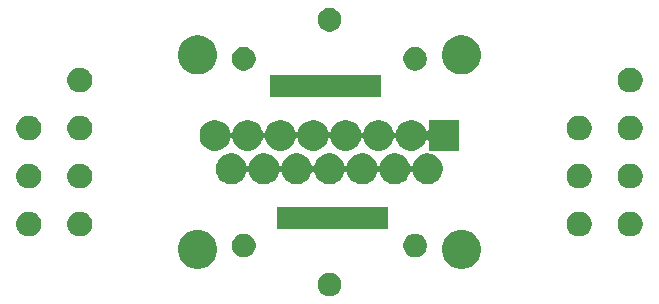
<source format=gbs>
G04 #@! TF.GenerationSoftware,KiCad,Pcbnew,(5.1.0)-1*
G04 #@! TF.CreationDate,2019-08-21T11:10:36-04:00*
G04 #@! TF.ProjectId,Famicom Expansion to NES Controller,46616d69-636f-46d2-9045-7870616e7369,rev?*
G04 #@! TF.SameCoordinates,Original*
G04 #@! TF.FileFunction,Soldermask,Bot*
G04 #@! TF.FilePolarity,Negative*
%FSLAX46Y46*%
G04 Gerber Fmt 4.6, Leading zero omitted, Abs format (unit mm)*
G04 Created by KiCad (PCBNEW (5.1.0)-1) date 2019-08-21 11:10:36*
%MOMM*%
%LPD*%
G04 APERTURE LIST*
%ADD10C,0.100000*%
G04 APERTURE END LIST*
D10*
G36*
X155195285Y-72718234D02*
G01*
X155291981Y-72737468D01*
X155474151Y-72812926D01*
X155638100Y-72922473D01*
X155777527Y-73061900D01*
X155887074Y-73225849D01*
X155962532Y-73408019D01*
X156001000Y-73601410D01*
X156001000Y-73798590D01*
X155962532Y-73991981D01*
X155887074Y-74174151D01*
X155777527Y-74338100D01*
X155638100Y-74477527D01*
X155474151Y-74587074D01*
X155291981Y-74662532D01*
X155195285Y-74681766D01*
X155098591Y-74701000D01*
X154901409Y-74701000D01*
X154804715Y-74681766D01*
X154708019Y-74662532D01*
X154525849Y-74587074D01*
X154361900Y-74477527D01*
X154222473Y-74338100D01*
X154112926Y-74174151D01*
X154037468Y-73991981D01*
X153999000Y-73798590D01*
X153999000Y-73601410D01*
X154037468Y-73408019D01*
X154112926Y-73225849D01*
X154222473Y-73061900D01*
X154361900Y-72922473D01*
X154525849Y-72812926D01*
X154708019Y-72737468D01*
X154804715Y-72718234D01*
X154901409Y-72699000D01*
X155098591Y-72699000D01*
X155195285Y-72718234D01*
X155195285Y-72718234D01*
G37*
G36*
X166541806Y-69121298D02*
G01*
X166648129Y-69142447D01*
X166948592Y-69266903D01*
X167219001Y-69447585D01*
X167448965Y-69677549D01*
X167629647Y-69947958D01*
X167754103Y-70248421D01*
X167817550Y-70567391D01*
X167817550Y-70892609D01*
X167754103Y-71211579D01*
X167629647Y-71512042D01*
X167448965Y-71782451D01*
X167219001Y-72012415D01*
X166948592Y-72193097D01*
X166648129Y-72317553D01*
X166541806Y-72338702D01*
X166329161Y-72381000D01*
X166003939Y-72381000D01*
X165791294Y-72338702D01*
X165684971Y-72317553D01*
X165384508Y-72193097D01*
X165114099Y-72012415D01*
X164884135Y-71782451D01*
X164703453Y-71512042D01*
X164578997Y-71211579D01*
X164515550Y-70892609D01*
X164515550Y-70567391D01*
X164578997Y-70248421D01*
X164703453Y-69947958D01*
X164884135Y-69677549D01*
X165114099Y-69447585D01*
X165384508Y-69266903D01*
X165684971Y-69142447D01*
X165791294Y-69121298D01*
X166003939Y-69079000D01*
X166329161Y-69079000D01*
X166541806Y-69121298D01*
X166541806Y-69121298D01*
G37*
G36*
X144208706Y-69121298D02*
G01*
X144315029Y-69142447D01*
X144615492Y-69266903D01*
X144885901Y-69447585D01*
X145115865Y-69677549D01*
X145296547Y-69947958D01*
X145421003Y-70248421D01*
X145484450Y-70567391D01*
X145484450Y-70892609D01*
X145421003Y-71211579D01*
X145296547Y-71512042D01*
X145115865Y-71782451D01*
X144885901Y-72012415D01*
X144615492Y-72193097D01*
X144315029Y-72317553D01*
X144208706Y-72338702D01*
X143996061Y-72381000D01*
X143670839Y-72381000D01*
X143458194Y-72338702D01*
X143351871Y-72317553D01*
X143051408Y-72193097D01*
X142780999Y-72012415D01*
X142551035Y-71782451D01*
X142370353Y-71512042D01*
X142245897Y-71211579D01*
X142182450Y-70892609D01*
X142182450Y-70567391D01*
X142245897Y-70248421D01*
X142370353Y-69947958D01*
X142551035Y-69677549D01*
X142780999Y-69447585D01*
X143051408Y-69266903D01*
X143351871Y-69142447D01*
X143458194Y-69121298D01*
X143670839Y-69079000D01*
X143996061Y-69079000D01*
X144208706Y-69121298D01*
X144208706Y-69121298D01*
G37*
G36*
X147915780Y-69412365D02*
G01*
X148041981Y-69437468D01*
X148224151Y-69512926D01*
X148388100Y-69622473D01*
X148527527Y-69761900D01*
X148637074Y-69925849D01*
X148712532Y-70108019D01*
X148751000Y-70301410D01*
X148751000Y-70498590D01*
X148712532Y-70691981D01*
X148637074Y-70874151D01*
X148527527Y-71038100D01*
X148388100Y-71177527D01*
X148224151Y-71287074D01*
X148041981Y-71362532D01*
X147945285Y-71381766D01*
X147848591Y-71401000D01*
X147651409Y-71401000D01*
X147554715Y-71381766D01*
X147458019Y-71362532D01*
X147275849Y-71287074D01*
X147111900Y-71177527D01*
X146972473Y-71038100D01*
X146862926Y-70874151D01*
X146787468Y-70691981D01*
X146749000Y-70498590D01*
X146749000Y-70301410D01*
X146787468Y-70108019D01*
X146862926Y-69925849D01*
X146972473Y-69761900D01*
X147111900Y-69622473D01*
X147275849Y-69512926D01*
X147458019Y-69437468D01*
X147584220Y-69412365D01*
X147651409Y-69399000D01*
X147848591Y-69399000D01*
X147915780Y-69412365D01*
X147915780Y-69412365D01*
G37*
G36*
X162415780Y-69412365D02*
G01*
X162541981Y-69437468D01*
X162724151Y-69512926D01*
X162888100Y-69622473D01*
X163027527Y-69761900D01*
X163137074Y-69925849D01*
X163212532Y-70108019D01*
X163251000Y-70301410D01*
X163251000Y-70498590D01*
X163212532Y-70691981D01*
X163137074Y-70874151D01*
X163027527Y-71038100D01*
X162888100Y-71177527D01*
X162724151Y-71287074D01*
X162541981Y-71362532D01*
X162445285Y-71381766D01*
X162348591Y-71401000D01*
X162151409Y-71401000D01*
X162054715Y-71381766D01*
X161958019Y-71362532D01*
X161775849Y-71287074D01*
X161611900Y-71177527D01*
X161472473Y-71038100D01*
X161362926Y-70874151D01*
X161287468Y-70691981D01*
X161249000Y-70498590D01*
X161249000Y-70301410D01*
X161287468Y-70108019D01*
X161362926Y-69925849D01*
X161472473Y-69761900D01*
X161611900Y-69622473D01*
X161775849Y-69512926D01*
X161958019Y-69437468D01*
X162084220Y-69412365D01*
X162151409Y-69399000D01*
X162348591Y-69399000D01*
X162415780Y-69412365D01*
X162415780Y-69412365D01*
G37*
G36*
X176447564Y-67585389D02*
G01*
X176638833Y-67664615D01*
X176638835Y-67664616D01*
X176810973Y-67779635D01*
X176957365Y-67926027D01*
X177072385Y-68098167D01*
X177151611Y-68289436D01*
X177192000Y-68492484D01*
X177192000Y-68699516D01*
X177151611Y-68902564D01*
X177090127Y-69051000D01*
X177072384Y-69093835D01*
X176957365Y-69265973D01*
X176810973Y-69412365D01*
X176638835Y-69527384D01*
X176638834Y-69527385D01*
X176638833Y-69527385D01*
X176447564Y-69606611D01*
X176244516Y-69647000D01*
X176037484Y-69647000D01*
X175834436Y-69606611D01*
X175643167Y-69527385D01*
X175643166Y-69527385D01*
X175643165Y-69527384D01*
X175471027Y-69412365D01*
X175324635Y-69265973D01*
X175209616Y-69093835D01*
X175191873Y-69051000D01*
X175130389Y-68902564D01*
X175090000Y-68699516D01*
X175090000Y-68492484D01*
X175130389Y-68289436D01*
X175209615Y-68098167D01*
X175324635Y-67926027D01*
X175471027Y-67779635D01*
X175643165Y-67664616D01*
X175643167Y-67664615D01*
X175834436Y-67585389D01*
X176037484Y-67545000D01*
X176244516Y-67545000D01*
X176447564Y-67585389D01*
X176447564Y-67585389D01*
G37*
G36*
X180765564Y-67585389D02*
G01*
X180956833Y-67664615D01*
X180956835Y-67664616D01*
X181128973Y-67779635D01*
X181275365Y-67926027D01*
X181390385Y-68098167D01*
X181469611Y-68289436D01*
X181510000Y-68492484D01*
X181510000Y-68699516D01*
X181469611Y-68902564D01*
X181408127Y-69051000D01*
X181390384Y-69093835D01*
X181275365Y-69265973D01*
X181128973Y-69412365D01*
X180956835Y-69527384D01*
X180956834Y-69527385D01*
X180956833Y-69527385D01*
X180765564Y-69606611D01*
X180562516Y-69647000D01*
X180355484Y-69647000D01*
X180152436Y-69606611D01*
X179961167Y-69527385D01*
X179961166Y-69527385D01*
X179961165Y-69527384D01*
X179789027Y-69412365D01*
X179642635Y-69265973D01*
X179527616Y-69093835D01*
X179509873Y-69051000D01*
X179448389Y-68902564D01*
X179408000Y-68699516D01*
X179408000Y-68492484D01*
X179448389Y-68289436D01*
X179527615Y-68098167D01*
X179642635Y-67926027D01*
X179789027Y-67779635D01*
X179961165Y-67664616D01*
X179961167Y-67664615D01*
X180152436Y-67585389D01*
X180355484Y-67545000D01*
X180562516Y-67545000D01*
X180765564Y-67585389D01*
X180765564Y-67585389D01*
G37*
G36*
X129847564Y-67585389D02*
G01*
X130038833Y-67664615D01*
X130038835Y-67664616D01*
X130210973Y-67779635D01*
X130357365Y-67926027D01*
X130472385Y-68098167D01*
X130551611Y-68289436D01*
X130592000Y-68492484D01*
X130592000Y-68699516D01*
X130551611Y-68902564D01*
X130490127Y-69051000D01*
X130472384Y-69093835D01*
X130357365Y-69265973D01*
X130210973Y-69412365D01*
X130038835Y-69527384D01*
X130038834Y-69527385D01*
X130038833Y-69527385D01*
X129847564Y-69606611D01*
X129644516Y-69647000D01*
X129437484Y-69647000D01*
X129234436Y-69606611D01*
X129043167Y-69527385D01*
X129043166Y-69527385D01*
X129043165Y-69527384D01*
X128871027Y-69412365D01*
X128724635Y-69265973D01*
X128609616Y-69093835D01*
X128591873Y-69051000D01*
X128530389Y-68902564D01*
X128490000Y-68699516D01*
X128490000Y-68492484D01*
X128530389Y-68289436D01*
X128609615Y-68098167D01*
X128724635Y-67926027D01*
X128871027Y-67779635D01*
X129043165Y-67664616D01*
X129043167Y-67664615D01*
X129234436Y-67585389D01*
X129437484Y-67545000D01*
X129644516Y-67545000D01*
X129847564Y-67585389D01*
X129847564Y-67585389D01*
G37*
G36*
X134165564Y-67585389D02*
G01*
X134356833Y-67664615D01*
X134356835Y-67664616D01*
X134528973Y-67779635D01*
X134675365Y-67926027D01*
X134790385Y-68098167D01*
X134869611Y-68289436D01*
X134910000Y-68492484D01*
X134910000Y-68699516D01*
X134869611Y-68902564D01*
X134808127Y-69051000D01*
X134790384Y-69093835D01*
X134675365Y-69265973D01*
X134528973Y-69412365D01*
X134356835Y-69527384D01*
X134356834Y-69527385D01*
X134356833Y-69527385D01*
X134165564Y-69606611D01*
X133962516Y-69647000D01*
X133755484Y-69647000D01*
X133552436Y-69606611D01*
X133361167Y-69527385D01*
X133361166Y-69527385D01*
X133361165Y-69527384D01*
X133189027Y-69412365D01*
X133042635Y-69265973D01*
X132927616Y-69093835D01*
X132909873Y-69051000D01*
X132848389Y-68902564D01*
X132808000Y-68699516D01*
X132808000Y-68492484D01*
X132848389Y-68289436D01*
X132927615Y-68098167D01*
X133042635Y-67926027D01*
X133189027Y-67779635D01*
X133361165Y-67664616D01*
X133361167Y-67664615D01*
X133552436Y-67585389D01*
X133755484Y-67545000D01*
X133962516Y-67545000D01*
X134165564Y-67585389D01*
X134165564Y-67585389D01*
G37*
G36*
X159991000Y-69051000D02*
G01*
X150589000Y-69051000D01*
X150589000Y-67149000D01*
X159991000Y-67149000D01*
X159991000Y-69051000D01*
X159991000Y-69051000D01*
G37*
G36*
X129847564Y-63521389D02*
G01*
X130032085Y-63597820D01*
X130038835Y-63600616D01*
X130185228Y-63698433D01*
X130210973Y-63715635D01*
X130357365Y-63862027D01*
X130472385Y-64034167D01*
X130551611Y-64225436D01*
X130592000Y-64428484D01*
X130592000Y-64635516D01*
X130551611Y-64838564D01*
X130513508Y-64930553D01*
X130472384Y-65029835D01*
X130357365Y-65201973D01*
X130210973Y-65348365D01*
X130038835Y-65463384D01*
X130038834Y-65463385D01*
X130038833Y-65463385D01*
X129847564Y-65542611D01*
X129644516Y-65583000D01*
X129437484Y-65583000D01*
X129234436Y-65542611D01*
X129043167Y-65463385D01*
X129043166Y-65463385D01*
X129043165Y-65463384D01*
X128871027Y-65348365D01*
X128724635Y-65201973D01*
X128609616Y-65029835D01*
X128568492Y-64930553D01*
X128530389Y-64838564D01*
X128490000Y-64635516D01*
X128490000Y-64428484D01*
X128530389Y-64225436D01*
X128609615Y-64034167D01*
X128724635Y-63862027D01*
X128871027Y-63715635D01*
X128896772Y-63698433D01*
X129043165Y-63600616D01*
X129049915Y-63597820D01*
X129234436Y-63521389D01*
X129437484Y-63481000D01*
X129644516Y-63481000D01*
X129847564Y-63521389D01*
X129847564Y-63521389D01*
G37*
G36*
X176447564Y-63521389D02*
G01*
X176632085Y-63597820D01*
X176638835Y-63600616D01*
X176785228Y-63698433D01*
X176810973Y-63715635D01*
X176957365Y-63862027D01*
X177072385Y-64034167D01*
X177151611Y-64225436D01*
X177192000Y-64428484D01*
X177192000Y-64635516D01*
X177151611Y-64838564D01*
X177113508Y-64930553D01*
X177072384Y-65029835D01*
X176957365Y-65201973D01*
X176810973Y-65348365D01*
X176638835Y-65463384D01*
X176638834Y-65463385D01*
X176638833Y-65463385D01*
X176447564Y-65542611D01*
X176244516Y-65583000D01*
X176037484Y-65583000D01*
X175834436Y-65542611D01*
X175643167Y-65463385D01*
X175643166Y-65463385D01*
X175643165Y-65463384D01*
X175471027Y-65348365D01*
X175324635Y-65201973D01*
X175209616Y-65029835D01*
X175168492Y-64930553D01*
X175130389Y-64838564D01*
X175090000Y-64635516D01*
X175090000Y-64428484D01*
X175130389Y-64225436D01*
X175209615Y-64034167D01*
X175324635Y-63862027D01*
X175471027Y-63715635D01*
X175496772Y-63698433D01*
X175643165Y-63600616D01*
X175649915Y-63597820D01*
X175834436Y-63521389D01*
X176037484Y-63481000D01*
X176244516Y-63481000D01*
X176447564Y-63521389D01*
X176447564Y-63521389D01*
G37*
G36*
X134165564Y-63521389D02*
G01*
X134350085Y-63597820D01*
X134356835Y-63600616D01*
X134503228Y-63698433D01*
X134528973Y-63715635D01*
X134675365Y-63862027D01*
X134790385Y-64034167D01*
X134869611Y-64225436D01*
X134910000Y-64428484D01*
X134910000Y-64635516D01*
X134869611Y-64838564D01*
X134831508Y-64930553D01*
X134790384Y-65029835D01*
X134675365Y-65201973D01*
X134528973Y-65348365D01*
X134356835Y-65463384D01*
X134356834Y-65463385D01*
X134356833Y-65463385D01*
X134165564Y-65542611D01*
X133962516Y-65583000D01*
X133755484Y-65583000D01*
X133552436Y-65542611D01*
X133361167Y-65463385D01*
X133361166Y-65463385D01*
X133361165Y-65463384D01*
X133189027Y-65348365D01*
X133042635Y-65201973D01*
X132927616Y-65029835D01*
X132886492Y-64930553D01*
X132848389Y-64838564D01*
X132808000Y-64635516D01*
X132808000Y-64428484D01*
X132848389Y-64225436D01*
X132927615Y-64034167D01*
X133042635Y-63862027D01*
X133189027Y-63715635D01*
X133214772Y-63698433D01*
X133361165Y-63600616D01*
X133367915Y-63597820D01*
X133552436Y-63521389D01*
X133755484Y-63481000D01*
X133962516Y-63481000D01*
X134165564Y-63521389D01*
X134165564Y-63521389D01*
G37*
G36*
X180765564Y-63521389D02*
G01*
X180950085Y-63597820D01*
X180956835Y-63600616D01*
X181103228Y-63698433D01*
X181128973Y-63715635D01*
X181275365Y-63862027D01*
X181390385Y-64034167D01*
X181469611Y-64225436D01*
X181510000Y-64428484D01*
X181510000Y-64635516D01*
X181469611Y-64838564D01*
X181431508Y-64930553D01*
X181390384Y-65029835D01*
X181275365Y-65201973D01*
X181128973Y-65348365D01*
X180956835Y-65463384D01*
X180956834Y-65463385D01*
X180956833Y-65463385D01*
X180765564Y-65542611D01*
X180562516Y-65583000D01*
X180355484Y-65583000D01*
X180152436Y-65542611D01*
X179961167Y-65463385D01*
X179961166Y-65463385D01*
X179961165Y-65463384D01*
X179789027Y-65348365D01*
X179642635Y-65201973D01*
X179527616Y-65029835D01*
X179486492Y-64930553D01*
X179448389Y-64838564D01*
X179408000Y-64635516D01*
X179408000Y-64428484D01*
X179448389Y-64225436D01*
X179527615Y-64034167D01*
X179642635Y-63862027D01*
X179789027Y-63715635D01*
X179814772Y-63698433D01*
X179961165Y-63600616D01*
X179967915Y-63597820D01*
X180152436Y-63521389D01*
X180355484Y-63481000D01*
X180562516Y-63481000D01*
X180765564Y-63521389D01*
X180765564Y-63521389D01*
G37*
G36*
X163388170Y-62530385D02*
G01*
X163395283Y-62553834D01*
X163406834Y-62575445D01*
X163422379Y-62594387D01*
X163441321Y-62609932D01*
X163462932Y-62621483D01*
X163486381Y-62628596D01*
X163689487Y-62668996D01*
X163926253Y-62767068D01*
X163926255Y-62767069D01*
X164139339Y-62909447D01*
X164320553Y-63090661D01*
X164462932Y-63303747D01*
X164561004Y-63540513D01*
X164611000Y-63791861D01*
X164611000Y-64048139D01*
X164561004Y-64299487D01*
X164462932Y-64536253D01*
X164462931Y-64536255D01*
X164320553Y-64749339D01*
X164139339Y-64930553D01*
X163926255Y-65072931D01*
X163926254Y-65072932D01*
X163926253Y-65072932D01*
X163689487Y-65171004D01*
X163438139Y-65221000D01*
X163181861Y-65221000D01*
X162930513Y-65171004D01*
X162693747Y-65072932D01*
X162693746Y-65072932D01*
X162693745Y-65072931D01*
X162480661Y-64930553D01*
X162299447Y-64749339D01*
X162157069Y-64536255D01*
X162157068Y-64536253D01*
X162058996Y-64299487D01*
X162047597Y-64242180D01*
X162040484Y-64218731D01*
X162028933Y-64197120D01*
X162013388Y-64178179D01*
X161994446Y-64162633D01*
X161972835Y-64151082D01*
X161949386Y-64143969D01*
X161925000Y-64141567D01*
X161900614Y-64143969D01*
X161877165Y-64151082D01*
X161855554Y-64162633D01*
X161836613Y-64178178D01*
X161821067Y-64197120D01*
X161809516Y-64218731D01*
X161802403Y-64242180D01*
X161791004Y-64299487D01*
X161692932Y-64536253D01*
X161692931Y-64536255D01*
X161550553Y-64749339D01*
X161369339Y-64930553D01*
X161156255Y-65072931D01*
X161156254Y-65072932D01*
X161156253Y-65072932D01*
X160919487Y-65171004D01*
X160668139Y-65221000D01*
X160411861Y-65221000D01*
X160160513Y-65171004D01*
X159923747Y-65072932D01*
X159923746Y-65072932D01*
X159923745Y-65072931D01*
X159710661Y-64930553D01*
X159529447Y-64749339D01*
X159387069Y-64536255D01*
X159387068Y-64536253D01*
X159288996Y-64299487D01*
X159277597Y-64242180D01*
X159270484Y-64218731D01*
X159258933Y-64197120D01*
X159243388Y-64178179D01*
X159224446Y-64162633D01*
X159202835Y-64151082D01*
X159179386Y-64143969D01*
X159155000Y-64141567D01*
X159130614Y-64143969D01*
X159107165Y-64151082D01*
X159085554Y-64162633D01*
X159066613Y-64178178D01*
X159051067Y-64197120D01*
X159039516Y-64218731D01*
X159032403Y-64242180D01*
X159021004Y-64299487D01*
X158922932Y-64536253D01*
X158922931Y-64536255D01*
X158780553Y-64749339D01*
X158599339Y-64930553D01*
X158386255Y-65072931D01*
X158386254Y-65072932D01*
X158386253Y-65072932D01*
X158149487Y-65171004D01*
X157898139Y-65221000D01*
X157641861Y-65221000D01*
X157390513Y-65171004D01*
X157153747Y-65072932D01*
X157153746Y-65072932D01*
X157153745Y-65072931D01*
X156940661Y-64930553D01*
X156759447Y-64749339D01*
X156617069Y-64536255D01*
X156617068Y-64536253D01*
X156518996Y-64299487D01*
X156507597Y-64242180D01*
X156500484Y-64218731D01*
X156488933Y-64197120D01*
X156473388Y-64178179D01*
X156454446Y-64162633D01*
X156432835Y-64151082D01*
X156409386Y-64143969D01*
X156385000Y-64141567D01*
X156360614Y-64143969D01*
X156337165Y-64151082D01*
X156315554Y-64162633D01*
X156296613Y-64178178D01*
X156281067Y-64197120D01*
X156269516Y-64218731D01*
X156262403Y-64242180D01*
X156251004Y-64299487D01*
X156152932Y-64536253D01*
X156152931Y-64536255D01*
X156010553Y-64749339D01*
X155829339Y-64930553D01*
X155616255Y-65072931D01*
X155616254Y-65072932D01*
X155616253Y-65072932D01*
X155379487Y-65171004D01*
X155128139Y-65221000D01*
X154871861Y-65221000D01*
X154620513Y-65171004D01*
X154383747Y-65072932D01*
X154383746Y-65072932D01*
X154383745Y-65072931D01*
X154170661Y-64930553D01*
X153989447Y-64749339D01*
X153847069Y-64536255D01*
X153847068Y-64536253D01*
X153748996Y-64299487D01*
X153737597Y-64242180D01*
X153730484Y-64218731D01*
X153718933Y-64197120D01*
X153703388Y-64178179D01*
X153684446Y-64162633D01*
X153662835Y-64151082D01*
X153639386Y-64143969D01*
X153615000Y-64141567D01*
X153590614Y-64143969D01*
X153567165Y-64151082D01*
X153545554Y-64162633D01*
X153526613Y-64178178D01*
X153511067Y-64197120D01*
X153499516Y-64218731D01*
X153492403Y-64242180D01*
X153481004Y-64299487D01*
X153382932Y-64536253D01*
X153382931Y-64536255D01*
X153240553Y-64749339D01*
X153059339Y-64930553D01*
X152846255Y-65072931D01*
X152846254Y-65072932D01*
X152846253Y-65072932D01*
X152609487Y-65171004D01*
X152358139Y-65221000D01*
X152101861Y-65221000D01*
X151850513Y-65171004D01*
X151613747Y-65072932D01*
X151613746Y-65072932D01*
X151613745Y-65072931D01*
X151400661Y-64930553D01*
X151219447Y-64749339D01*
X151077069Y-64536255D01*
X151077068Y-64536253D01*
X150978996Y-64299487D01*
X150967597Y-64242180D01*
X150960484Y-64218731D01*
X150948933Y-64197120D01*
X150933388Y-64178179D01*
X150914446Y-64162633D01*
X150892835Y-64151082D01*
X150869386Y-64143969D01*
X150845000Y-64141567D01*
X150820614Y-64143969D01*
X150797165Y-64151082D01*
X150775554Y-64162633D01*
X150756613Y-64178178D01*
X150741067Y-64197120D01*
X150729516Y-64218731D01*
X150722403Y-64242180D01*
X150711004Y-64299487D01*
X150612932Y-64536253D01*
X150612931Y-64536255D01*
X150470553Y-64749339D01*
X150289339Y-64930553D01*
X150076255Y-65072931D01*
X150076254Y-65072932D01*
X150076253Y-65072932D01*
X149839487Y-65171004D01*
X149588139Y-65221000D01*
X149331861Y-65221000D01*
X149080513Y-65171004D01*
X148843747Y-65072932D01*
X148843746Y-65072932D01*
X148843745Y-65072931D01*
X148630661Y-64930553D01*
X148449447Y-64749339D01*
X148307069Y-64536255D01*
X148307068Y-64536253D01*
X148208996Y-64299487D01*
X148197597Y-64242180D01*
X148190484Y-64218731D01*
X148178933Y-64197120D01*
X148163388Y-64178179D01*
X148144446Y-64162633D01*
X148122835Y-64151082D01*
X148099386Y-64143969D01*
X148075000Y-64141567D01*
X148050614Y-64143969D01*
X148027165Y-64151082D01*
X148005554Y-64162633D01*
X147986613Y-64178178D01*
X147971067Y-64197120D01*
X147959516Y-64218731D01*
X147952403Y-64242180D01*
X147941004Y-64299487D01*
X147842932Y-64536253D01*
X147842931Y-64536255D01*
X147700553Y-64749339D01*
X147519339Y-64930553D01*
X147306255Y-65072931D01*
X147306254Y-65072932D01*
X147306253Y-65072932D01*
X147069487Y-65171004D01*
X146818139Y-65221000D01*
X146561861Y-65221000D01*
X146310513Y-65171004D01*
X146073747Y-65072932D01*
X146073746Y-65072932D01*
X146073745Y-65072931D01*
X145860661Y-64930553D01*
X145679447Y-64749339D01*
X145537069Y-64536255D01*
X145537068Y-64536253D01*
X145438996Y-64299487D01*
X145389000Y-64048139D01*
X145389000Y-63791861D01*
X145438996Y-63540513D01*
X145537068Y-63303747D01*
X145679447Y-63090661D01*
X145860661Y-62909447D01*
X146073745Y-62767069D01*
X146073747Y-62767068D01*
X146310513Y-62668996D01*
X146561861Y-62619000D01*
X146818139Y-62619000D01*
X147069487Y-62668996D01*
X147306253Y-62767068D01*
X147306255Y-62767069D01*
X147519339Y-62909447D01*
X147700553Y-63090661D01*
X147842932Y-63303747D01*
X147941004Y-63540513D01*
X147952403Y-63597820D01*
X147959516Y-63621269D01*
X147971067Y-63642880D01*
X147986612Y-63661821D01*
X148005554Y-63677367D01*
X148027165Y-63688918D01*
X148050614Y-63696031D01*
X148075000Y-63698433D01*
X148099386Y-63696031D01*
X148122835Y-63688918D01*
X148144446Y-63677367D01*
X148163387Y-63661822D01*
X148178933Y-63642880D01*
X148190484Y-63621269D01*
X148197597Y-63597820D01*
X148208996Y-63540513D01*
X148307068Y-63303747D01*
X148449447Y-63090661D01*
X148630661Y-62909447D01*
X148843745Y-62767069D01*
X148843747Y-62767068D01*
X149080513Y-62668996D01*
X149331861Y-62619000D01*
X149588139Y-62619000D01*
X149839487Y-62668996D01*
X150076253Y-62767068D01*
X150076255Y-62767069D01*
X150289339Y-62909447D01*
X150470553Y-63090661D01*
X150612932Y-63303747D01*
X150711004Y-63540513D01*
X150722403Y-63597820D01*
X150729516Y-63621269D01*
X150741067Y-63642880D01*
X150756612Y-63661821D01*
X150775554Y-63677367D01*
X150797165Y-63688918D01*
X150820614Y-63696031D01*
X150845000Y-63698433D01*
X150869386Y-63696031D01*
X150892835Y-63688918D01*
X150914446Y-63677367D01*
X150933387Y-63661822D01*
X150948933Y-63642880D01*
X150960484Y-63621269D01*
X150967597Y-63597820D01*
X150978996Y-63540513D01*
X151077068Y-63303747D01*
X151219447Y-63090661D01*
X151400661Y-62909447D01*
X151613745Y-62767069D01*
X151613747Y-62767068D01*
X151850513Y-62668996D01*
X152101861Y-62619000D01*
X152358139Y-62619000D01*
X152609487Y-62668996D01*
X152846253Y-62767068D01*
X152846255Y-62767069D01*
X153059339Y-62909447D01*
X153240553Y-63090661D01*
X153382932Y-63303747D01*
X153481004Y-63540513D01*
X153492403Y-63597820D01*
X153499516Y-63621269D01*
X153511067Y-63642880D01*
X153526612Y-63661821D01*
X153545554Y-63677367D01*
X153567165Y-63688918D01*
X153590614Y-63696031D01*
X153615000Y-63698433D01*
X153639386Y-63696031D01*
X153662835Y-63688918D01*
X153684446Y-63677367D01*
X153703387Y-63661822D01*
X153718933Y-63642880D01*
X153730484Y-63621269D01*
X153737597Y-63597820D01*
X153748996Y-63540513D01*
X153847068Y-63303747D01*
X153989447Y-63090661D01*
X154170661Y-62909447D01*
X154383745Y-62767069D01*
X154383747Y-62767068D01*
X154620513Y-62668996D01*
X154871861Y-62619000D01*
X155128139Y-62619000D01*
X155379487Y-62668996D01*
X155616253Y-62767068D01*
X155616255Y-62767069D01*
X155829339Y-62909447D01*
X156010553Y-63090661D01*
X156152932Y-63303747D01*
X156251004Y-63540513D01*
X156262403Y-63597820D01*
X156269516Y-63621269D01*
X156281067Y-63642880D01*
X156296612Y-63661821D01*
X156315554Y-63677367D01*
X156337165Y-63688918D01*
X156360614Y-63696031D01*
X156385000Y-63698433D01*
X156409386Y-63696031D01*
X156432835Y-63688918D01*
X156454446Y-63677367D01*
X156473387Y-63661822D01*
X156488933Y-63642880D01*
X156500484Y-63621269D01*
X156507597Y-63597820D01*
X156518996Y-63540513D01*
X156617068Y-63303747D01*
X156759447Y-63090661D01*
X156940661Y-62909447D01*
X157153745Y-62767069D01*
X157153747Y-62767068D01*
X157390513Y-62668996D01*
X157641861Y-62619000D01*
X157898139Y-62619000D01*
X158149487Y-62668996D01*
X158386253Y-62767068D01*
X158386255Y-62767069D01*
X158599339Y-62909447D01*
X158780553Y-63090661D01*
X158922932Y-63303747D01*
X159021004Y-63540513D01*
X159032403Y-63597820D01*
X159039516Y-63621269D01*
X159051067Y-63642880D01*
X159066612Y-63661821D01*
X159085554Y-63677367D01*
X159107165Y-63688918D01*
X159130614Y-63696031D01*
X159155000Y-63698433D01*
X159179386Y-63696031D01*
X159202835Y-63688918D01*
X159224446Y-63677367D01*
X159243387Y-63661822D01*
X159258933Y-63642880D01*
X159270484Y-63621269D01*
X159277597Y-63597820D01*
X159288996Y-63540513D01*
X159387068Y-63303747D01*
X159529447Y-63090661D01*
X159710661Y-62909447D01*
X159923745Y-62767069D01*
X159923747Y-62767068D01*
X160160513Y-62668996D01*
X160411861Y-62619000D01*
X160668139Y-62619000D01*
X160919487Y-62668996D01*
X161156253Y-62767068D01*
X161156255Y-62767069D01*
X161369339Y-62909447D01*
X161550553Y-63090661D01*
X161692932Y-63303747D01*
X161791004Y-63540513D01*
X161802403Y-63597820D01*
X161809516Y-63621269D01*
X161821067Y-63642880D01*
X161836612Y-63661821D01*
X161855554Y-63677367D01*
X161877165Y-63688918D01*
X161900614Y-63696031D01*
X161925000Y-63698433D01*
X161949386Y-63696031D01*
X161972835Y-63688918D01*
X161994446Y-63677367D01*
X162013387Y-63661822D01*
X162028933Y-63642880D01*
X162040484Y-63621269D01*
X162047597Y-63597820D01*
X162058996Y-63540513D01*
X162157068Y-63303747D01*
X162299447Y-63090661D01*
X162480661Y-62909447D01*
X162693745Y-62767069D01*
X162693747Y-62767068D01*
X162930513Y-62668996D01*
X163181861Y-62619000D01*
X163269001Y-62619000D01*
X163293387Y-62616598D01*
X163316836Y-62609485D01*
X163338447Y-62597934D01*
X163357389Y-62582389D01*
X163372934Y-62563447D01*
X163384485Y-62541836D01*
X163388118Y-62529859D01*
X163388170Y-62530385D01*
X163388170Y-62530385D01*
G37*
G36*
X145684487Y-59828996D02*
G01*
X145921253Y-59927068D01*
X145921255Y-59927069D01*
X146134339Y-60069447D01*
X146315553Y-60250661D01*
X146457932Y-60463747D01*
X146556004Y-60700513D01*
X146567403Y-60757820D01*
X146574516Y-60781269D01*
X146586067Y-60802880D01*
X146601612Y-60821821D01*
X146620554Y-60837367D01*
X146642165Y-60848918D01*
X146665614Y-60856031D01*
X146690000Y-60858433D01*
X146714386Y-60856031D01*
X146737835Y-60848918D01*
X146759446Y-60837367D01*
X146778387Y-60821822D01*
X146793933Y-60802880D01*
X146805484Y-60781269D01*
X146812597Y-60757820D01*
X146823996Y-60700513D01*
X146922068Y-60463747D01*
X147064447Y-60250661D01*
X147245661Y-60069447D01*
X147458745Y-59927069D01*
X147458747Y-59927068D01*
X147695513Y-59828996D01*
X147946861Y-59779000D01*
X148203139Y-59779000D01*
X148454487Y-59828996D01*
X148691253Y-59927068D01*
X148691255Y-59927069D01*
X148904339Y-60069447D01*
X149085553Y-60250661D01*
X149227932Y-60463747D01*
X149326004Y-60700513D01*
X149337403Y-60757820D01*
X149344516Y-60781269D01*
X149356067Y-60802880D01*
X149371612Y-60821821D01*
X149390554Y-60837367D01*
X149412165Y-60848918D01*
X149435614Y-60856031D01*
X149460000Y-60858433D01*
X149484386Y-60856031D01*
X149507835Y-60848918D01*
X149529446Y-60837367D01*
X149548387Y-60821822D01*
X149563933Y-60802880D01*
X149575484Y-60781269D01*
X149582597Y-60757820D01*
X149593996Y-60700513D01*
X149692068Y-60463747D01*
X149834447Y-60250661D01*
X150015661Y-60069447D01*
X150228745Y-59927069D01*
X150228747Y-59927068D01*
X150465513Y-59828996D01*
X150716861Y-59779000D01*
X150973139Y-59779000D01*
X151224487Y-59828996D01*
X151461253Y-59927068D01*
X151461255Y-59927069D01*
X151674339Y-60069447D01*
X151855553Y-60250661D01*
X151997932Y-60463747D01*
X152096004Y-60700513D01*
X152107403Y-60757820D01*
X152114516Y-60781269D01*
X152126067Y-60802880D01*
X152141612Y-60821821D01*
X152160554Y-60837367D01*
X152182165Y-60848918D01*
X152205614Y-60856031D01*
X152230000Y-60858433D01*
X152254386Y-60856031D01*
X152277835Y-60848918D01*
X152299446Y-60837367D01*
X152318387Y-60821822D01*
X152333933Y-60802880D01*
X152345484Y-60781269D01*
X152352597Y-60757820D01*
X152363996Y-60700513D01*
X152462068Y-60463747D01*
X152604447Y-60250661D01*
X152785661Y-60069447D01*
X152998745Y-59927069D01*
X152998747Y-59927068D01*
X153235513Y-59828996D01*
X153486861Y-59779000D01*
X153743139Y-59779000D01*
X153994487Y-59828996D01*
X154231253Y-59927068D01*
X154231255Y-59927069D01*
X154444339Y-60069447D01*
X154625553Y-60250661D01*
X154767932Y-60463747D01*
X154866004Y-60700513D01*
X154877403Y-60757820D01*
X154884516Y-60781269D01*
X154896067Y-60802880D01*
X154911612Y-60821821D01*
X154930554Y-60837367D01*
X154952165Y-60848918D01*
X154975614Y-60856031D01*
X155000000Y-60858433D01*
X155024386Y-60856031D01*
X155047835Y-60848918D01*
X155069446Y-60837367D01*
X155088387Y-60821822D01*
X155103933Y-60802880D01*
X155115484Y-60781269D01*
X155122597Y-60757820D01*
X155133996Y-60700513D01*
X155232068Y-60463747D01*
X155374447Y-60250661D01*
X155555661Y-60069447D01*
X155768745Y-59927069D01*
X155768747Y-59927068D01*
X156005513Y-59828996D01*
X156256861Y-59779000D01*
X156513139Y-59779000D01*
X156764487Y-59828996D01*
X157001253Y-59927068D01*
X157001255Y-59927069D01*
X157214339Y-60069447D01*
X157395553Y-60250661D01*
X157537932Y-60463747D01*
X157636004Y-60700513D01*
X157647403Y-60757820D01*
X157654516Y-60781269D01*
X157666067Y-60802880D01*
X157681612Y-60821821D01*
X157700554Y-60837367D01*
X157722165Y-60848918D01*
X157745614Y-60856031D01*
X157770000Y-60858433D01*
X157794386Y-60856031D01*
X157817835Y-60848918D01*
X157839446Y-60837367D01*
X157858387Y-60821822D01*
X157873933Y-60802880D01*
X157885484Y-60781269D01*
X157892597Y-60757820D01*
X157903996Y-60700513D01*
X158002068Y-60463747D01*
X158144447Y-60250661D01*
X158325661Y-60069447D01*
X158538745Y-59927069D01*
X158538747Y-59927068D01*
X158775513Y-59828996D01*
X159026861Y-59779000D01*
X159283139Y-59779000D01*
X159534487Y-59828996D01*
X159771253Y-59927068D01*
X159771255Y-59927069D01*
X159984339Y-60069447D01*
X160165553Y-60250661D01*
X160307932Y-60463747D01*
X160406004Y-60700513D01*
X160417403Y-60757820D01*
X160424516Y-60781269D01*
X160436067Y-60802880D01*
X160451612Y-60821821D01*
X160470554Y-60837367D01*
X160492165Y-60848918D01*
X160515614Y-60856031D01*
X160540000Y-60858433D01*
X160564386Y-60856031D01*
X160587835Y-60848918D01*
X160609446Y-60837367D01*
X160628387Y-60821822D01*
X160643933Y-60802880D01*
X160655484Y-60781269D01*
X160662597Y-60757820D01*
X160673996Y-60700513D01*
X160772068Y-60463747D01*
X160914447Y-60250661D01*
X161095661Y-60069447D01*
X161308745Y-59927069D01*
X161308747Y-59927068D01*
X161545513Y-59828996D01*
X161796861Y-59779000D01*
X162053139Y-59779000D01*
X162304487Y-59828996D01*
X162541253Y-59927068D01*
X162541255Y-59927069D01*
X162754339Y-60069447D01*
X162935553Y-60250661D01*
X163077932Y-60463747D01*
X163153517Y-60646224D01*
X163165068Y-60667835D01*
X163180614Y-60686777D01*
X163199555Y-60702322D01*
X163221166Y-60713873D01*
X163244615Y-60720986D01*
X163269001Y-60723388D01*
X163293387Y-60720986D01*
X163316836Y-60713873D01*
X163338447Y-60702322D01*
X163357389Y-60686776D01*
X163372934Y-60667835D01*
X163384485Y-60646224D01*
X163391598Y-60622775D01*
X163394000Y-60598389D01*
X163394000Y-59779000D01*
X165996000Y-59779000D01*
X165996000Y-62381000D01*
X163510767Y-62381000D01*
X163486381Y-62383402D01*
X163462932Y-62390515D01*
X163441321Y-62402066D01*
X163422379Y-62417611D01*
X163406834Y-62436553D01*
X163395283Y-62458164D01*
X163394000Y-62462394D01*
X163394000Y-61561611D01*
X163391598Y-61537225D01*
X163384485Y-61513776D01*
X163372934Y-61492165D01*
X163357389Y-61473223D01*
X163338447Y-61457678D01*
X163316836Y-61446127D01*
X163293387Y-61439014D01*
X163269001Y-61436612D01*
X163244615Y-61439014D01*
X163221166Y-61446127D01*
X163199555Y-61457678D01*
X163180613Y-61473223D01*
X163165068Y-61492165D01*
X163153517Y-61513776D01*
X163077932Y-61696253D01*
X163077931Y-61696255D01*
X162935553Y-61909339D01*
X162754339Y-62090553D01*
X162541255Y-62232931D01*
X162541254Y-62232932D01*
X162541253Y-62232932D01*
X162304487Y-62331004D01*
X162053139Y-62381000D01*
X161796861Y-62381000D01*
X161545513Y-62331004D01*
X161308747Y-62232932D01*
X161308746Y-62232932D01*
X161308745Y-62232931D01*
X161095661Y-62090553D01*
X160914447Y-61909339D01*
X160772069Y-61696255D01*
X160772068Y-61696253D01*
X160673996Y-61459487D01*
X160662597Y-61402180D01*
X160655484Y-61378731D01*
X160643933Y-61357120D01*
X160628388Y-61338179D01*
X160609446Y-61322633D01*
X160587835Y-61311082D01*
X160564386Y-61303969D01*
X160540000Y-61301567D01*
X160515614Y-61303969D01*
X160492165Y-61311082D01*
X160470554Y-61322633D01*
X160451613Y-61338178D01*
X160436067Y-61357120D01*
X160424516Y-61378731D01*
X160417403Y-61402180D01*
X160406004Y-61459487D01*
X160307932Y-61696253D01*
X160307931Y-61696255D01*
X160165553Y-61909339D01*
X159984339Y-62090553D01*
X159771255Y-62232931D01*
X159771254Y-62232932D01*
X159771253Y-62232932D01*
X159534487Y-62331004D01*
X159283139Y-62381000D01*
X159026861Y-62381000D01*
X158775513Y-62331004D01*
X158538747Y-62232932D01*
X158538746Y-62232932D01*
X158538745Y-62232931D01*
X158325661Y-62090553D01*
X158144447Y-61909339D01*
X158002069Y-61696255D01*
X158002068Y-61696253D01*
X157903996Y-61459487D01*
X157892597Y-61402180D01*
X157885484Y-61378731D01*
X157873933Y-61357120D01*
X157858388Y-61338179D01*
X157839446Y-61322633D01*
X157817835Y-61311082D01*
X157794386Y-61303969D01*
X157770000Y-61301567D01*
X157745614Y-61303969D01*
X157722165Y-61311082D01*
X157700554Y-61322633D01*
X157681613Y-61338178D01*
X157666067Y-61357120D01*
X157654516Y-61378731D01*
X157647403Y-61402180D01*
X157636004Y-61459487D01*
X157537932Y-61696253D01*
X157537931Y-61696255D01*
X157395553Y-61909339D01*
X157214339Y-62090553D01*
X157001255Y-62232931D01*
X157001254Y-62232932D01*
X157001253Y-62232932D01*
X156764487Y-62331004D01*
X156513139Y-62381000D01*
X156256861Y-62381000D01*
X156005513Y-62331004D01*
X155768747Y-62232932D01*
X155768746Y-62232932D01*
X155768745Y-62232931D01*
X155555661Y-62090553D01*
X155374447Y-61909339D01*
X155232069Y-61696255D01*
X155232068Y-61696253D01*
X155133996Y-61459487D01*
X155122597Y-61402180D01*
X155115484Y-61378731D01*
X155103933Y-61357120D01*
X155088388Y-61338179D01*
X155069446Y-61322633D01*
X155047835Y-61311082D01*
X155024386Y-61303969D01*
X155000000Y-61301567D01*
X154975614Y-61303969D01*
X154952165Y-61311082D01*
X154930554Y-61322633D01*
X154911613Y-61338178D01*
X154896067Y-61357120D01*
X154884516Y-61378731D01*
X154877403Y-61402180D01*
X154866004Y-61459487D01*
X154767932Y-61696253D01*
X154767931Y-61696255D01*
X154625553Y-61909339D01*
X154444339Y-62090553D01*
X154231255Y-62232931D01*
X154231254Y-62232932D01*
X154231253Y-62232932D01*
X153994487Y-62331004D01*
X153743139Y-62381000D01*
X153486861Y-62381000D01*
X153235513Y-62331004D01*
X152998747Y-62232932D01*
X152998746Y-62232932D01*
X152998745Y-62232931D01*
X152785661Y-62090553D01*
X152604447Y-61909339D01*
X152462069Y-61696255D01*
X152462068Y-61696253D01*
X152363996Y-61459487D01*
X152352597Y-61402180D01*
X152345484Y-61378731D01*
X152333933Y-61357120D01*
X152318388Y-61338179D01*
X152299446Y-61322633D01*
X152277835Y-61311082D01*
X152254386Y-61303969D01*
X152230000Y-61301567D01*
X152205614Y-61303969D01*
X152182165Y-61311082D01*
X152160554Y-61322633D01*
X152141613Y-61338178D01*
X152126067Y-61357120D01*
X152114516Y-61378731D01*
X152107403Y-61402180D01*
X152096004Y-61459487D01*
X151997932Y-61696253D01*
X151997931Y-61696255D01*
X151855553Y-61909339D01*
X151674339Y-62090553D01*
X151461255Y-62232931D01*
X151461254Y-62232932D01*
X151461253Y-62232932D01*
X151224487Y-62331004D01*
X150973139Y-62381000D01*
X150716861Y-62381000D01*
X150465513Y-62331004D01*
X150228747Y-62232932D01*
X150228746Y-62232932D01*
X150228745Y-62232931D01*
X150015661Y-62090553D01*
X149834447Y-61909339D01*
X149692069Y-61696255D01*
X149692068Y-61696253D01*
X149593996Y-61459487D01*
X149582597Y-61402180D01*
X149575484Y-61378731D01*
X149563933Y-61357120D01*
X149548388Y-61338179D01*
X149529446Y-61322633D01*
X149507835Y-61311082D01*
X149484386Y-61303969D01*
X149460000Y-61301567D01*
X149435614Y-61303969D01*
X149412165Y-61311082D01*
X149390554Y-61322633D01*
X149371613Y-61338178D01*
X149356067Y-61357120D01*
X149344516Y-61378731D01*
X149337403Y-61402180D01*
X149326004Y-61459487D01*
X149227932Y-61696253D01*
X149227931Y-61696255D01*
X149085553Y-61909339D01*
X148904339Y-62090553D01*
X148691255Y-62232931D01*
X148691254Y-62232932D01*
X148691253Y-62232932D01*
X148454487Y-62331004D01*
X148203139Y-62381000D01*
X147946861Y-62381000D01*
X147695513Y-62331004D01*
X147458747Y-62232932D01*
X147458746Y-62232932D01*
X147458745Y-62232931D01*
X147245661Y-62090553D01*
X147064447Y-61909339D01*
X146922069Y-61696255D01*
X146922068Y-61696253D01*
X146823996Y-61459487D01*
X146812597Y-61402180D01*
X146805484Y-61378731D01*
X146793933Y-61357120D01*
X146778388Y-61338179D01*
X146759446Y-61322633D01*
X146737835Y-61311082D01*
X146714386Y-61303969D01*
X146690000Y-61301567D01*
X146665614Y-61303969D01*
X146642165Y-61311082D01*
X146620554Y-61322633D01*
X146601613Y-61338178D01*
X146586067Y-61357120D01*
X146574516Y-61378731D01*
X146567403Y-61402180D01*
X146556004Y-61459487D01*
X146457932Y-61696253D01*
X146457931Y-61696255D01*
X146315553Y-61909339D01*
X146134339Y-62090553D01*
X145921255Y-62232931D01*
X145921254Y-62232932D01*
X145921253Y-62232932D01*
X145684487Y-62331004D01*
X145433139Y-62381000D01*
X145176861Y-62381000D01*
X144925513Y-62331004D01*
X144688747Y-62232932D01*
X144688746Y-62232932D01*
X144688745Y-62232931D01*
X144475661Y-62090553D01*
X144294447Y-61909339D01*
X144152069Y-61696255D01*
X144152068Y-61696253D01*
X144053996Y-61459487D01*
X144004000Y-61208139D01*
X144004000Y-60951861D01*
X144053996Y-60700513D01*
X144152068Y-60463747D01*
X144294447Y-60250661D01*
X144475661Y-60069447D01*
X144688745Y-59927069D01*
X144688747Y-59927068D01*
X144925513Y-59828996D01*
X145176861Y-59779000D01*
X145433139Y-59779000D01*
X145684487Y-59828996D01*
X145684487Y-59828996D01*
G37*
G36*
X134165564Y-59457389D02*
G01*
X134356833Y-59536615D01*
X134356835Y-59536616D01*
X134528973Y-59651635D01*
X134675365Y-59798027D01*
X134696059Y-59828997D01*
X134790385Y-59970167D01*
X134869611Y-60161436D01*
X134910000Y-60364484D01*
X134910000Y-60571516D01*
X134869611Y-60774564D01*
X134790385Y-60965833D01*
X134790384Y-60965835D01*
X134675365Y-61137973D01*
X134528973Y-61284365D01*
X134356835Y-61399384D01*
X134356834Y-61399385D01*
X134356833Y-61399385D01*
X134165564Y-61478611D01*
X133962516Y-61519000D01*
X133755484Y-61519000D01*
X133552436Y-61478611D01*
X133361167Y-61399385D01*
X133361166Y-61399385D01*
X133361165Y-61399384D01*
X133189027Y-61284365D01*
X133042635Y-61137973D01*
X132927616Y-60965835D01*
X132927615Y-60965833D01*
X132848389Y-60774564D01*
X132808000Y-60571516D01*
X132808000Y-60364484D01*
X132848389Y-60161436D01*
X132927615Y-59970167D01*
X133021942Y-59828997D01*
X133042635Y-59798027D01*
X133189027Y-59651635D01*
X133361165Y-59536616D01*
X133361167Y-59536615D01*
X133552436Y-59457389D01*
X133755484Y-59417000D01*
X133962516Y-59417000D01*
X134165564Y-59457389D01*
X134165564Y-59457389D01*
G37*
G36*
X129847564Y-59457389D02*
G01*
X130038833Y-59536615D01*
X130038835Y-59536616D01*
X130210973Y-59651635D01*
X130357365Y-59798027D01*
X130378059Y-59828997D01*
X130472385Y-59970167D01*
X130551611Y-60161436D01*
X130592000Y-60364484D01*
X130592000Y-60571516D01*
X130551611Y-60774564D01*
X130472385Y-60965833D01*
X130472384Y-60965835D01*
X130357365Y-61137973D01*
X130210973Y-61284365D01*
X130038835Y-61399384D01*
X130038834Y-61399385D01*
X130038833Y-61399385D01*
X129847564Y-61478611D01*
X129644516Y-61519000D01*
X129437484Y-61519000D01*
X129234436Y-61478611D01*
X129043167Y-61399385D01*
X129043166Y-61399385D01*
X129043165Y-61399384D01*
X128871027Y-61284365D01*
X128724635Y-61137973D01*
X128609616Y-60965835D01*
X128609615Y-60965833D01*
X128530389Y-60774564D01*
X128490000Y-60571516D01*
X128490000Y-60364484D01*
X128530389Y-60161436D01*
X128609615Y-59970167D01*
X128703942Y-59828997D01*
X128724635Y-59798027D01*
X128871027Y-59651635D01*
X129043165Y-59536616D01*
X129043167Y-59536615D01*
X129234436Y-59457389D01*
X129437484Y-59417000D01*
X129644516Y-59417000D01*
X129847564Y-59457389D01*
X129847564Y-59457389D01*
G37*
G36*
X176447564Y-59457389D02*
G01*
X176638833Y-59536615D01*
X176638835Y-59536616D01*
X176810973Y-59651635D01*
X176957365Y-59798027D01*
X176978059Y-59828997D01*
X177072385Y-59970167D01*
X177151611Y-60161436D01*
X177192000Y-60364484D01*
X177192000Y-60571516D01*
X177151611Y-60774564D01*
X177072385Y-60965833D01*
X177072384Y-60965835D01*
X176957365Y-61137973D01*
X176810973Y-61284365D01*
X176638835Y-61399384D01*
X176638834Y-61399385D01*
X176638833Y-61399385D01*
X176447564Y-61478611D01*
X176244516Y-61519000D01*
X176037484Y-61519000D01*
X175834436Y-61478611D01*
X175643167Y-61399385D01*
X175643166Y-61399385D01*
X175643165Y-61399384D01*
X175471027Y-61284365D01*
X175324635Y-61137973D01*
X175209616Y-60965835D01*
X175209615Y-60965833D01*
X175130389Y-60774564D01*
X175090000Y-60571516D01*
X175090000Y-60364484D01*
X175130389Y-60161436D01*
X175209615Y-59970167D01*
X175303942Y-59828997D01*
X175324635Y-59798027D01*
X175471027Y-59651635D01*
X175643165Y-59536616D01*
X175643167Y-59536615D01*
X175834436Y-59457389D01*
X176037484Y-59417000D01*
X176244516Y-59417000D01*
X176447564Y-59457389D01*
X176447564Y-59457389D01*
G37*
G36*
X180765564Y-59457389D02*
G01*
X180956833Y-59536615D01*
X180956835Y-59536616D01*
X181128973Y-59651635D01*
X181275365Y-59798027D01*
X181296059Y-59828997D01*
X181390385Y-59970167D01*
X181469611Y-60161436D01*
X181510000Y-60364484D01*
X181510000Y-60571516D01*
X181469611Y-60774564D01*
X181390385Y-60965833D01*
X181390384Y-60965835D01*
X181275365Y-61137973D01*
X181128973Y-61284365D01*
X180956835Y-61399384D01*
X180956834Y-61399385D01*
X180956833Y-61399385D01*
X180765564Y-61478611D01*
X180562516Y-61519000D01*
X180355484Y-61519000D01*
X180152436Y-61478611D01*
X179961167Y-61399385D01*
X179961166Y-61399385D01*
X179961165Y-61399384D01*
X179789027Y-61284365D01*
X179642635Y-61137973D01*
X179527616Y-60965835D01*
X179527615Y-60965833D01*
X179448389Y-60774564D01*
X179408000Y-60571516D01*
X179408000Y-60364484D01*
X179448389Y-60161436D01*
X179527615Y-59970167D01*
X179621942Y-59828997D01*
X179642635Y-59798027D01*
X179789027Y-59651635D01*
X179961165Y-59536616D01*
X179961167Y-59536615D01*
X180152436Y-59457389D01*
X180355484Y-59417000D01*
X180562516Y-59417000D01*
X180765564Y-59457389D01*
X180765564Y-59457389D01*
G37*
G36*
X159411000Y-57851000D02*
G01*
X150009000Y-57851000D01*
X150009000Y-55949000D01*
X159411000Y-55949000D01*
X159411000Y-57851000D01*
X159411000Y-57851000D01*
G37*
G36*
X180765564Y-55393389D02*
G01*
X180956833Y-55472615D01*
X180956835Y-55472616D01*
X181076264Y-55552416D01*
X181128973Y-55587635D01*
X181275365Y-55734027D01*
X181390385Y-55906167D01*
X181469611Y-56097436D01*
X181510000Y-56300484D01*
X181510000Y-56507516D01*
X181469611Y-56710564D01*
X181390385Y-56901833D01*
X181390384Y-56901835D01*
X181275365Y-57073973D01*
X181128973Y-57220365D01*
X180956835Y-57335384D01*
X180956834Y-57335385D01*
X180956833Y-57335385D01*
X180765564Y-57414611D01*
X180562516Y-57455000D01*
X180355484Y-57455000D01*
X180152436Y-57414611D01*
X179961167Y-57335385D01*
X179961166Y-57335385D01*
X179961165Y-57335384D01*
X179789027Y-57220365D01*
X179642635Y-57073973D01*
X179527616Y-56901835D01*
X179527615Y-56901833D01*
X179448389Y-56710564D01*
X179408000Y-56507516D01*
X179408000Y-56300484D01*
X179448389Y-56097436D01*
X179527615Y-55906167D01*
X179642635Y-55734027D01*
X179789027Y-55587635D01*
X179841736Y-55552416D01*
X179961165Y-55472616D01*
X179961167Y-55472615D01*
X180152436Y-55393389D01*
X180355484Y-55353000D01*
X180562516Y-55353000D01*
X180765564Y-55393389D01*
X180765564Y-55393389D01*
G37*
G36*
X134165564Y-55393389D02*
G01*
X134356833Y-55472615D01*
X134356835Y-55472616D01*
X134476264Y-55552416D01*
X134528973Y-55587635D01*
X134675365Y-55734027D01*
X134790385Y-55906167D01*
X134869611Y-56097436D01*
X134910000Y-56300484D01*
X134910000Y-56507516D01*
X134869611Y-56710564D01*
X134790385Y-56901833D01*
X134790384Y-56901835D01*
X134675365Y-57073973D01*
X134528973Y-57220365D01*
X134356835Y-57335384D01*
X134356834Y-57335385D01*
X134356833Y-57335385D01*
X134165564Y-57414611D01*
X133962516Y-57455000D01*
X133755484Y-57455000D01*
X133552436Y-57414611D01*
X133361167Y-57335385D01*
X133361166Y-57335385D01*
X133361165Y-57335384D01*
X133189027Y-57220365D01*
X133042635Y-57073973D01*
X132927616Y-56901835D01*
X132927615Y-56901833D01*
X132848389Y-56710564D01*
X132808000Y-56507516D01*
X132808000Y-56300484D01*
X132848389Y-56097436D01*
X132927615Y-55906167D01*
X133042635Y-55734027D01*
X133189027Y-55587635D01*
X133241736Y-55552416D01*
X133361165Y-55472616D01*
X133361167Y-55472615D01*
X133552436Y-55393389D01*
X133755484Y-55353000D01*
X133962516Y-55353000D01*
X134165564Y-55393389D01*
X134165564Y-55393389D01*
G37*
G36*
X144208706Y-52661298D02*
G01*
X144315029Y-52682447D01*
X144615492Y-52806903D01*
X144885901Y-52987585D01*
X145115865Y-53217549D01*
X145296547Y-53487958D01*
X145421003Y-53788421D01*
X145484450Y-54107391D01*
X145484450Y-54432609D01*
X145421003Y-54751579D01*
X145296547Y-55052042D01*
X145115865Y-55322451D01*
X144885901Y-55552415D01*
X144615492Y-55733097D01*
X144315029Y-55857553D01*
X144208706Y-55878702D01*
X143996061Y-55921000D01*
X143670839Y-55921000D01*
X143458194Y-55878702D01*
X143351871Y-55857553D01*
X143051408Y-55733097D01*
X142780999Y-55552415D01*
X142551035Y-55322451D01*
X142370353Y-55052042D01*
X142245897Y-54751579D01*
X142182450Y-54432609D01*
X142182450Y-54107391D01*
X142245897Y-53788421D01*
X142370353Y-53487958D01*
X142551035Y-53217549D01*
X142780999Y-52987585D01*
X143051408Y-52806903D01*
X143351871Y-52682447D01*
X143458194Y-52661298D01*
X143670839Y-52619000D01*
X143996061Y-52619000D01*
X144208706Y-52661298D01*
X144208706Y-52661298D01*
G37*
G36*
X166541806Y-52661298D02*
G01*
X166648129Y-52682447D01*
X166948592Y-52806903D01*
X167219001Y-52987585D01*
X167448965Y-53217549D01*
X167629647Y-53487958D01*
X167754103Y-53788421D01*
X167817550Y-54107391D01*
X167817550Y-54432609D01*
X167754103Y-54751579D01*
X167629647Y-55052042D01*
X167448965Y-55322451D01*
X167219001Y-55552415D01*
X166948592Y-55733097D01*
X166648129Y-55857553D01*
X166541806Y-55878702D01*
X166329161Y-55921000D01*
X166003939Y-55921000D01*
X165791294Y-55878702D01*
X165684971Y-55857553D01*
X165384508Y-55733097D01*
X165114099Y-55552415D01*
X164884135Y-55322451D01*
X164703453Y-55052042D01*
X164578997Y-54751579D01*
X164515550Y-54432609D01*
X164515550Y-54107391D01*
X164578997Y-53788421D01*
X164703453Y-53487958D01*
X164884135Y-53217549D01*
X165114099Y-52987585D01*
X165384508Y-52806903D01*
X165684971Y-52682447D01*
X165791294Y-52661298D01*
X166003939Y-52619000D01*
X166329161Y-52619000D01*
X166541806Y-52661298D01*
X166541806Y-52661298D01*
G37*
G36*
X147945285Y-53618234D02*
G01*
X148041981Y-53637468D01*
X148224151Y-53712926D01*
X148388100Y-53822473D01*
X148527527Y-53961900D01*
X148637074Y-54125849D01*
X148712532Y-54308019D01*
X148751000Y-54501410D01*
X148751000Y-54698590D01*
X148712532Y-54891981D01*
X148637074Y-55074151D01*
X148527527Y-55238100D01*
X148388100Y-55377527D01*
X148224151Y-55487074D01*
X148041981Y-55562532D01*
X147848591Y-55601000D01*
X147651409Y-55601000D01*
X147458019Y-55562532D01*
X147275849Y-55487074D01*
X147111900Y-55377527D01*
X146972473Y-55238100D01*
X146862926Y-55074151D01*
X146787468Y-54891981D01*
X146749000Y-54698590D01*
X146749000Y-54501410D01*
X146787468Y-54308019D01*
X146862926Y-54125849D01*
X146972473Y-53961900D01*
X147111900Y-53822473D01*
X147275849Y-53712926D01*
X147458019Y-53637468D01*
X147554715Y-53618234D01*
X147651409Y-53599000D01*
X147848591Y-53599000D01*
X147945285Y-53618234D01*
X147945285Y-53618234D01*
G37*
G36*
X162445285Y-53618234D02*
G01*
X162541981Y-53637468D01*
X162724151Y-53712926D01*
X162888100Y-53822473D01*
X163027527Y-53961900D01*
X163137074Y-54125849D01*
X163212532Y-54308019D01*
X163251000Y-54501410D01*
X163251000Y-54698590D01*
X163212532Y-54891981D01*
X163137074Y-55074151D01*
X163027527Y-55238100D01*
X162888100Y-55377527D01*
X162724151Y-55487074D01*
X162541981Y-55562532D01*
X162348591Y-55601000D01*
X162151409Y-55601000D01*
X161958019Y-55562532D01*
X161775849Y-55487074D01*
X161611900Y-55377527D01*
X161472473Y-55238100D01*
X161362926Y-55074151D01*
X161287468Y-54891981D01*
X161249000Y-54698590D01*
X161249000Y-54501410D01*
X161287468Y-54308019D01*
X161362926Y-54125849D01*
X161472473Y-53961900D01*
X161611900Y-53822473D01*
X161775849Y-53712926D01*
X161958019Y-53637468D01*
X162054715Y-53618234D01*
X162151409Y-53599000D01*
X162348591Y-53599000D01*
X162445285Y-53618234D01*
X162445285Y-53618234D01*
G37*
G36*
X155195285Y-50318234D02*
G01*
X155291981Y-50337468D01*
X155474151Y-50412926D01*
X155638100Y-50522473D01*
X155777527Y-50661900D01*
X155887074Y-50825849D01*
X155962532Y-51008019D01*
X156001000Y-51201410D01*
X156001000Y-51398590D01*
X155962532Y-51591981D01*
X155887074Y-51774151D01*
X155777527Y-51938100D01*
X155638100Y-52077527D01*
X155474151Y-52187074D01*
X155291981Y-52262532D01*
X155195285Y-52281766D01*
X155098591Y-52301000D01*
X154901409Y-52301000D01*
X154804715Y-52281766D01*
X154708019Y-52262532D01*
X154525849Y-52187074D01*
X154361900Y-52077527D01*
X154222473Y-51938100D01*
X154112926Y-51774151D01*
X154037468Y-51591981D01*
X153999000Y-51398590D01*
X153999000Y-51201410D01*
X154037468Y-51008019D01*
X154112926Y-50825849D01*
X154222473Y-50661900D01*
X154361900Y-50522473D01*
X154525849Y-50412926D01*
X154708019Y-50337468D01*
X154901409Y-50299000D01*
X155098591Y-50299000D01*
X155195285Y-50318234D01*
X155195285Y-50318234D01*
G37*
M02*

</source>
